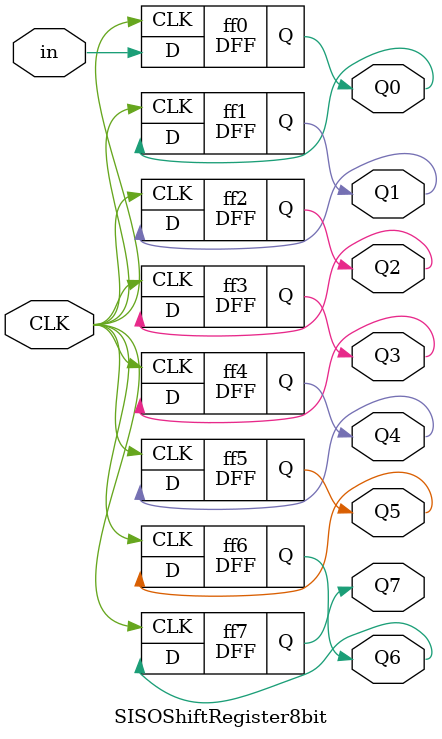
<source format=v>
module DFF(
input wire D, CLK,
output reg Q
);
always @(posedge CLK)
Q <= D;
endmodule

module SISOShiftRegister8bit(
input wire in, CLK,
output wire Q0, Q1, Q2, Q3, Q4, Q5, Q6, Q7
);

DFF ff0(in, CLK, Q0);
DFF ff1(Q0, CLK, Q1);
DFF ff2(Q1, CLK, Q2);
DFF ff3(Q2, CLK, Q3);
DFF ff4(Q3, CLK, Q4);
DFF ff5(Q4, CLK, Q5);
DFF ff6(Q5, CLK, Q6);
DFF ff7(Q6, CLK, Q7);

endmodule


</source>
